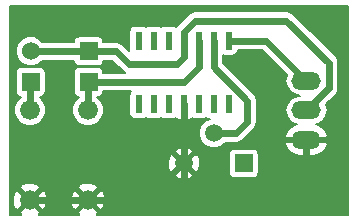
<source format=gbr>
G04 #@! TF.FileFunction,Copper,L2,Bot,Signal*
%FSLAX46Y46*%
G04 Gerber Fmt 4.6, Leading zero omitted, Abs format (unit mm)*
G04 Created by KiCad (PCBNEW 4.0.1-stable) date 2016/02/12 16:52:31*
%MOMM*%
G01*
G04 APERTURE LIST*
%ADD10C,0.100000*%
%ADD11O,2.500000X1.500000*%
%ADD12C,1.676400*%
%ADD13C,1.510000*%
%ADD14R,1.510000X1.510000*%
%ADD15C,1.524000*%
%ADD16R,1.524000X1.524000*%
%ADD17R,0.600000X1.500000*%
%ADD18C,0.600000*%
%ADD19C,0.250000*%
%ADD20C,0.200000*%
G04 APERTURE END LIST*
D10*
D11*
X37300000Y-23500000D03*
X37300000Y-21000000D03*
X37300000Y-18500000D03*
D12*
X13900000Y-20990000D03*
X13900000Y-28610000D03*
X18800000Y-20990000D03*
X18800000Y-28610000D03*
D13*
X26920000Y-25500000D03*
D14*
X32000000Y-25500000D03*
D13*
X29460000Y-22960000D03*
D15*
X13950000Y-16000000D03*
D16*
X13950000Y-18600000D03*
X18850000Y-18600000D03*
X18850000Y-16000000D03*
D17*
X23090000Y-15100000D03*
X24360000Y-15100000D03*
X25630000Y-15100000D03*
X26900000Y-15100000D03*
X28170000Y-15100000D03*
X29440000Y-15100000D03*
X30710000Y-15100000D03*
X30710000Y-20500000D03*
X29440000Y-20500000D03*
X28170000Y-20500000D03*
X26900000Y-20500000D03*
X25630000Y-20500000D03*
X24360000Y-20500000D03*
X23090000Y-20500000D03*
D18*
X26920000Y-25500000D02*
X26920000Y-28610000D01*
X26900000Y-28600000D02*
X26900000Y-28610000D01*
X26910000Y-28600000D02*
X26900000Y-28600000D01*
X26920000Y-28610000D02*
X26910000Y-28600000D01*
X13900000Y-28610000D02*
X18800000Y-28610000D01*
X37300000Y-23500000D02*
X37300000Y-25700000D01*
X37300000Y-25700000D02*
X34390000Y-28610000D01*
X34390000Y-28610000D02*
X26900000Y-28610000D01*
X26900000Y-28610000D02*
X18800000Y-28610000D01*
X26900000Y-20500000D02*
X26900000Y-25480000D01*
X26900000Y-25480000D02*
X26920000Y-25500000D01*
X26900000Y-15100000D02*
X26900000Y-14400000D01*
X39200000Y-19100000D02*
X37300000Y-21000000D01*
X39200000Y-17000000D02*
X39200000Y-19100000D01*
X35600000Y-13400000D02*
X39200000Y-17000000D01*
X27900000Y-13400000D02*
X35600000Y-13400000D01*
X26900000Y-14400000D02*
X27900000Y-13400000D01*
X18850000Y-16000000D02*
X21200000Y-16000000D01*
X26900000Y-16500000D02*
X26900000Y-15100000D01*
X26300000Y-17100000D02*
X26900000Y-16500000D01*
X22300000Y-17100000D02*
X26300000Y-17100000D01*
X21200000Y-16000000D02*
X22300000Y-17100000D01*
X13950000Y-16000000D02*
X18850000Y-16000000D01*
D19*
X26900000Y-15100000D02*
X26900000Y-15800000D01*
D18*
X30710000Y-15100000D02*
X33900000Y-15100000D01*
X33900000Y-15100000D02*
X37300000Y-18500000D01*
X13900000Y-20990000D02*
X13900000Y-18650000D01*
X13900000Y-18650000D02*
X13950000Y-18600000D01*
X18850000Y-18600000D02*
X26900000Y-18600000D01*
X28170000Y-17330000D02*
X28170000Y-15100000D01*
X26900000Y-18600000D02*
X28170000Y-17330000D01*
X18800000Y-20990000D02*
X18800000Y-18650000D01*
X18800000Y-18650000D02*
X18850000Y-18600000D01*
X29460000Y-22960000D02*
X31340000Y-22960000D01*
X29440000Y-17340000D02*
X29440000Y-15100000D01*
X32300000Y-20200000D02*
X29440000Y-17340000D01*
X32300000Y-22000000D02*
X32300000Y-20200000D01*
X31340000Y-22960000D02*
X32300000Y-22000000D01*
D20*
G36*
X40825000Y-29825000D02*
X19558743Y-29825000D01*
X19619916Y-29647705D01*
X18800000Y-28827789D01*
X17980084Y-29647705D01*
X18041257Y-29825000D01*
X14658743Y-29825000D01*
X14719916Y-29647705D01*
X13900000Y-28827789D01*
X13080084Y-29647705D01*
X13141257Y-29825000D01*
X12175000Y-29825000D01*
X12175000Y-28417405D01*
X12438100Y-28417405D01*
X12475677Y-28991510D01*
X12623083Y-29347380D01*
X12862295Y-29429916D01*
X13682211Y-28610000D01*
X14117789Y-28610000D01*
X14937705Y-29429916D01*
X15176917Y-29347380D01*
X15361900Y-28802595D01*
X15336689Y-28417405D01*
X17338100Y-28417405D01*
X17375677Y-28991510D01*
X17523083Y-29347380D01*
X17762295Y-29429916D01*
X18582211Y-28610000D01*
X19017789Y-28610000D01*
X19837705Y-29429916D01*
X20076917Y-29347380D01*
X20261900Y-28802595D01*
X20224323Y-28228490D01*
X20076917Y-27872620D01*
X19837705Y-27790084D01*
X19017789Y-28610000D01*
X18582211Y-28610000D01*
X17762295Y-27790084D01*
X17523083Y-27872620D01*
X17338100Y-28417405D01*
X15336689Y-28417405D01*
X15324323Y-28228490D01*
X15176917Y-27872620D01*
X14937705Y-27790084D01*
X14117789Y-28610000D01*
X13682211Y-28610000D01*
X12862295Y-27790084D01*
X12623083Y-27872620D01*
X12438100Y-28417405D01*
X12175000Y-28417405D01*
X12175000Y-27572295D01*
X13080084Y-27572295D01*
X13900000Y-28392211D01*
X14719916Y-27572295D01*
X17980084Y-27572295D01*
X18800000Y-28392211D01*
X19619916Y-27572295D01*
X19537380Y-27333083D01*
X18992595Y-27148100D01*
X18418490Y-27185677D01*
X18062620Y-27333083D01*
X17980084Y-27572295D01*
X14719916Y-27572295D01*
X14637380Y-27333083D01*
X14092595Y-27148100D01*
X13518490Y-27185677D01*
X13162620Y-27333083D01*
X13080084Y-27572295D01*
X12175000Y-27572295D01*
X12175000Y-26477282D01*
X26160507Y-26477282D01*
X26232773Y-26707888D01*
X26747324Y-26878934D01*
X27288163Y-26840049D01*
X27607227Y-26707888D01*
X27679493Y-26477282D01*
X26920000Y-25717789D01*
X26160507Y-26477282D01*
X12175000Y-26477282D01*
X12175000Y-25327324D01*
X25541066Y-25327324D01*
X25579951Y-25868163D01*
X25712112Y-26187227D01*
X25942718Y-26259493D01*
X26702211Y-25500000D01*
X27137789Y-25500000D01*
X27897282Y-26259493D01*
X28127888Y-26187227D01*
X28298934Y-25672676D01*
X28260049Y-25131837D01*
X28127888Y-24812773D01*
X27911620Y-24745000D01*
X30735205Y-24745000D01*
X30735205Y-26255000D01*
X30770069Y-26440289D01*
X30879575Y-26610465D01*
X31046661Y-26724630D01*
X31245000Y-26764795D01*
X32755000Y-26764795D01*
X32940289Y-26729931D01*
X33110465Y-26620425D01*
X33224630Y-26453339D01*
X33264795Y-26255000D01*
X33264795Y-24745000D01*
X33229931Y-24559711D01*
X33120425Y-24389535D01*
X32953339Y-24275370D01*
X32755000Y-24235205D01*
X31245000Y-24235205D01*
X31059711Y-24270069D01*
X30889535Y-24379575D01*
X30775370Y-24546661D01*
X30735205Y-24745000D01*
X27911620Y-24745000D01*
X27897282Y-24740507D01*
X27137789Y-25500000D01*
X26702211Y-25500000D01*
X25942718Y-24740507D01*
X25712112Y-24812773D01*
X25541066Y-25327324D01*
X12175000Y-25327324D01*
X12175000Y-24522718D01*
X26160507Y-24522718D01*
X26920000Y-25282211D01*
X27679493Y-24522718D01*
X27607227Y-24292112D01*
X27092676Y-24121066D01*
X26551837Y-24159951D01*
X26232773Y-24292112D01*
X26160507Y-24522718D01*
X12175000Y-24522718D01*
X12175000Y-21255017D01*
X12561568Y-21255017D01*
X12764868Y-21747039D01*
X13140981Y-22123809D01*
X13632648Y-22327967D01*
X14165017Y-22328432D01*
X14657039Y-22125132D01*
X15033809Y-21749019D01*
X15237967Y-21257352D01*
X15238432Y-20724983D01*
X15035132Y-20232961D01*
X14700000Y-19897244D01*
X14700000Y-19871795D01*
X14712000Y-19871795D01*
X14897289Y-19836931D01*
X15067465Y-19727425D01*
X15181630Y-19560339D01*
X15221795Y-19362000D01*
X15221795Y-17838000D01*
X15186931Y-17652711D01*
X15077425Y-17482535D01*
X14910339Y-17368370D01*
X14712000Y-17328205D01*
X13188000Y-17328205D01*
X13002711Y-17363069D01*
X12832535Y-17472575D01*
X12718370Y-17639661D01*
X12678205Y-17838000D01*
X12678205Y-19362000D01*
X12713069Y-19547289D01*
X12822575Y-19717465D01*
X12989661Y-19831630D01*
X13100000Y-19853974D01*
X13100000Y-19897754D01*
X12766191Y-20230981D01*
X12562033Y-20722648D01*
X12561568Y-21255017D01*
X12175000Y-21255017D01*
X12175000Y-16249926D01*
X12687781Y-16249926D01*
X12879505Y-16713932D01*
X13234201Y-17069248D01*
X13697871Y-17261780D01*
X14199926Y-17262219D01*
X14663932Y-17070495D01*
X14934900Y-16800000D01*
X17585355Y-16800000D01*
X17613069Y-16947289D01*
X17722575Y-17117465D01*
X17889661Y-17231630D01*
X18088000Y-17271795D01*
X19612000Y-17271795D01*
X19797289Y-17236931D01*
X19967465Y-17127425D01*
X20081630Y-16960339D01*
X20114100Y-16800000D01*
X20868630Y-16800000D01*
X21734315Y-17665685D01*
X21935330Y-17800000D01*
X20114645Y-17800000D01*
X20086931Y-17652711D01*
X19977425Y-17482535D01*
X19810339Y-17368370D01*
X19612000Y-17328205D01*
X18088000Y-17328205D01*
X17902711Y-17363069D01*
X17732535Y-17472575D01*
X17618370Y-17639661D01*
X17578205Y-17838000D01*
X17578205Y-19362000D01*
X17613069Y-19547289D01*
X17722575Y-19717465D01*
X17889661Y-19831630D01*
X18000000Y-19853974D01*
X18000000Y-19897754D01*
X17666191Y-20230981D01*
X17462033Y-20722648D01*
X17461568Y-21255017D01*
X17664868Y-21747039D01*
X18040981Y-22123809D01*
X18532648Y-22327967D01*
X19065017Y-22328432D01*
X19557039Y-22125132D01*
X19933809Y-21749019D01*
X20137967Y-21257352D01*
X20138432Y-20724983D01*
X19935132Y-20232961D01*
X19600000Y-19897244D01*
X19600000Y-19871795D01*
X19612000Y-19871795D01*
X19797289Y-19836931D01*
X19967465Y-19727425D01*
X20081630Y-19560339D01*
X20114100Y-19400000D01*
X22423996Y-19400000D01*
X22320370Y-19551661D01*
X22280205Y-19750000D01*
X22280205Y-21250000D01*
X22315069Y-21435289D01*
X22424575Y-21605465D01*
X22591661Y-21719630D01*
X22790000Y-21759795D01*
X23390000Y-21759795D01*
X23575289Y-21724931D01*
X23726764Y-21627459D01*
X23861661Y-21719630D01*
X24060000Y-21759795D01*
X24660000Y-21759795D01*
X24845289Y-21724931D01*
X24996764Y-21627459D01*
X25131661Y-21719630D01*
X25330000Y-21759795D01*
X25930000Y-21759795D01*
X26115289Y-21724931D01*
X26176014Y-21685856D01*
X26255596Y-21765438D01*
X26479062Y-21858000D01*
X26598000Y-21858000D01*
X26750000Y-21706000D01*
X26750000Y-20654000D01*
X26726000Y-20654000D01*
X26726000Y-20346000D01*
X26750000Y-20346000D01*
X26750000Y-20326000D01*
X27050000Y-20326000D01*
X27050000Y-20346000D01*
X27074000Y-20346000D01*
X27074000Y-20654000D01*
X27050000Y-20654000D01*
X27050000Y-21706000D01*
X27202000Y-21858000D01*
X27320938Y-21858000D01*
X27544404Y-21765438D01*
X27623274Y-21686568D01*
X27671661Y-21719630D01*
X27870000Y-21759795D01*
X28470000Y-21759795D01*
X28655289Y-21724931D01*
X28806764Y-21627459D01*
X28941661Y-21719630D01*
X29098607Y-21751413D01*
X28750028Y-21895442D01*
X28396683Y-22248171D01*
X28205218Y-22709270D01*
X28204783Y-23208540D01*
X28395442Y-23669972D01*
X28748171Y-24023317D01*
X29209270Y-24214782D01*
X29708540Y-24215217D01*
X30169972Y-24024558D01*
X30331639Y-23863172D01*
X35491462Y-23863172D01*
X35730854Y-24351356D01*
X36138038Y-24695695D01*
X36646000Y-24858000D01*
X37146000Y-24858000D01*
X37146000Y-23654000D01*
X37454000Y-23654000D01*
X37454000Y-24858000D01*
X37954000Y-24858000D01*
X38461962Y-24695695D01*
X38869146Y-24351356D01*
X39108538Y-23863172D01*
X38996127Y-23654000D01*
X37454000Y-23654000D01*
X37146000Y-23654000D01*
X35603873Y-23654000D01*
X35491462Y-23863172D01*
X30331639Y-23863172D01*
X30434992Y-23760000D01*
X31340000Y-23760000D01*
X31646147Y-23699104D01*
X31905685Y-23525685D01*
X32865685Y-22565685D01*
X33039104Y-22306147D01*
X33068174Y-22160000D01*
X33100000Y-22000000D01*
X33100000Y-20200000D01*
X33039104Y-19893853D01*
X32927900Y-19727425D01*
X32865686Y-19634315D01*
X30240000Y-17008630D01*
X30240000Y-16325369D01*
X30410000Y-16359795D01*
X31010000Y-16359795D01*
X31195289Y-16324931D01*
X31365465Y-16215425D01*
X31479630Y-16048339D01*
X31509670Y-15900000D01*
X33568630Y-15900000D01*
X35642673Y-17974044D01*
X35610866Y-18021646D01*
X35515715Y-18500000D01*
X35610866Y-18978354D01*
X35881832Y-19383883D01*
X36287361Y-19654849D01*
X36765715Y-19750000D01*
X36287361Y-19845151D01*
X35881832Y-20116117D01*
X35610866Y-20521646D01*
X35515715Y-21000000D01*
X35610866Y-21478354D01*
X35881832Y-21883883D01*
X36287361Y-22154849D01*
X36483613Y-22193886D01*
X36138038Y-22304305D01*
X35730854Y-22648644D01*
X35491462Y-23136828D01*
X35603873Y-23346000D01*
X37146000Y-23346000D01*
X37146000Y-23326000D01*
X37454000Y-23326000D01*
X37454000Y-23346000D01*
X38996127Y-23346000D01*
X39108538Y-23136828D01*
X38869146Y-22648644D01*
X38461962Y-22304305D01*
X38116387Y-22193886D01*
X38312639Y-22154849D01*
X38718168Y-21883883D01*
X38989134Y-21478354D01*
X39084285Y-21000000D01*
X38989134Y-20521646D01*
X38957327Y-20474044D01*
X39765686Y-19665685D01*
X39939104Y-19406147D01*
X40000000Y-19100000D01*
X40000000Y-17000000D01*
X39939104Y-16693853D01*
X39870310Y-16590896D01*
X39765686Y-16434315D01*
X36165685Y-12834315D01*
X35906147Y-12660896D01*
X35600000Y-12600000D01*
X27900000Y-12600000D01*
X27593853Y-12660896D01*
X27334315Y-12834314D01*
X26334315Y-13834315D01*
X26248625Y-13962558D01*
X26128339Y-13880370D01*
X25930000Y-13840205D01*
X25330000Y-13840205D01*
X25144711Y-13875069D01*
X24993236Y-13972541D01*
X24858339Y-13880370D01*
X24660000Y-13840205D01*
X24060000Y-13840205D01*
X23874711Y-13875069D01*
X23723236Y-13972541D01*
X23588339Y-13880370D01*
X23390000Y-13840205D01*
X22790000Y-13840205D01*
X22604711Y-13875069D01*
X22434535Y-13984575D01*
X22320370Y-14151661D01*
X22280205Y-14350000D01*
X22280205Y-15850000D01*
X22303112Y-15971742D01*
X21765685Y-15434315D01*
X21506147Y-15260896D01*
X21200000Y-15200000D01*
X20114645Y-15200000D01*
X20086931Y-15052711D01*
X19977425Y-14882535D01*
X19810339Y-14768370D01*
X19612000Y-14728205D01*
X18088000Y-14728205D01*
X17902711Y-14763069D01*
X17732535Y-14872575D01*
X17618370Y-15039661D01*
X17585900Y-15200000D01*
X14934577Y-15200000D01*
X14665799Y-14930752D01*
X14202129Y-14738220D01*
X13700074Y-14737781D01*
X13236068Y-14929505D01*
X12880752Y-15284201D01*
X12688220Y-15747871D01*
X12687781Y-16249926D01*
X12175000Y-16249926D01*
X12175000Y-12175000D01*
X40825000Y-12175000D01*
X40825000Y-29825000D01*
X40825000Y-29825000D01*
G37*
X40825000Y-29825000D02*
X19558743Y-29825000D01*
X19619916Y-29647705D01*
X18800000Y-28827789D01*
X17980084Y-29647705D01*
X18041257Y-29825000D01*
X14658743Y-29825000D01*
X14719916Y-29647705D01*
X13900000Y-28827789D01*
X13080084Y-29647705D01*
X13141257Y-29825000D01*
X12175000Y-29825000D01*
X12175000Y-28417405D01*
X12438100Y-28417405D01*
X12475677Y-28991510D01*
X12623083Y-29347380D01*
X12862295Y-29429916D01*
X13682211Y-28610000D01*
X14117789Y-28610000D01*
X14937705Y-29429916D01*
X15176917Y-29347380D01*
X15361900Y-28802595D01*
X15336689Y-28417405D01*
X17338100Y-28417405D01*
X17375677Y-28991510D01*
X17523083Y-29347380D01*
X17762295Y-29429916D01*
X18582211Y-28610000D01*
X19017789Y-28610000D01*
X19837705Y-29429916D01*
X20076917Y-29347380D01*
X20261900Y-28802595D01*
X20224323Y-28228490D01*
X20076917Y-27872620D01*
X19837705Y-27790084D01*
X19017789Y-28610000D01*
X18582211Y-28610000D01*
X17762295Y-27790084D01*
X17523083Y-27872620D01*
X17338100Y-28417405D01*
X15336689Y-28417405D01*
X15324323Y-28228490D01*
X15176917Y-27872620D01*
X14937705Y-27790084D01*
X14117789Y-28610000D01*
X13682211Y-28610000D01*
X12862295Y-27790084D01*
X12623083Y-27872620D01*
X12438100Y-28417405D01*
X12175000Y-28417405D01*
X12175000Y-27572295D01*
X13080084Y-27572295D01*
X13900000Y-28392211D01*
X14719916Y-27572295D01*
X17980084Y-27572295D01*
X18800000Y-28392211D01*
X19619916Y-27572295D01*
X19537380Y-27333083D01*
X18992595Y-27148100D01*
X18418490Y-27185677D01*
X18062620Y-27333083D01*
X17980084Y-27572295D01*
X14719916Y-27572295D01*
X14637380Y-27333083D01*
X14092595Y-27148100D01*
X13518490Y-27185677D01*
X13162620Y-27333083D01*
X13080084Y-27572295D01*
X12175000Y-27572295D01*
X12175000Y-26477282D01*
X26160507Y-26477282D01*
X26232773Y-26707888D01*
X26747324Y-26878934D01*
X27288163Y-26840049D01*
X27607227Y-26707888D01*
X27679493Y-26477282D01*
X26920000Y-25717789D01*
X26160507Y-26477282D01*
X12175000Y-26477282D01*
X12175000Y-25327324D01*
X25541066Y-25327324D01*
X25579951Y-25868163D01*
X25712112Y-26187227D01*
X25942718Y-26259493D01*
X26702211Y-25500000D01*
X27137789Y-25500000D01*
X27897282Y-26259493D01*
X28127888Y-26187227D01*
X28298934Y-25672676D01*
X28260049Y-25131837D01*
X28127888Y-24812773D01*
X27911620Y-24745000D01*
X30735205Y-24745000D01*
X30735205Y-26255000D01*
X30770069Y-26440289D01*
X30879575Y-26610465D01*
X31046661Y-26724630D01*
X31245000Y-26764795D01*
X32755000Y-26764795D01*
X32940289Y-26729931D01*
X33110465Y-26620425D01*
X33224630Y-26453339D01*
X33264795Y-26255000D01*
X33264795Y-24745000D01*
X33229931Y-24559711D01*
X33120425Y-24389535D01*
X32953339Y-24275370D01*
X32755000Y-24235205D01*
X31245000Y-24235205D01*
X31059711Y-24270069D01*
X30889535Y-24379575D01*
X30775370Y-24546661D01*
X30735205Y-24745000D01*
X27911620Y-24745000D01*
X27897282Y-24740507D01*
X27137789Y-25500000D01*
X26702211Y-25500000D01*
X25942718Y-24740507D01*
X25712112Y-24812773D01*
X25541066Y-25327324D01*
X12175000Y-25327324D01*
X12175000Y-24522718D01*
X26160507Y-24522718D01*
X26920000Y-25282211D01*
X27679493Y-24522718D01*
X27607227Y-24292112D01*
X27092676Y-24121066D01*
X26551837Y-24159951D01*
X26232773Y-24292112D01*
X26160507Y-24522718D01*
X12175000Y-24522718D01*
X12175000Y-21255017D01*
X12561568Y-21255017D01*
X12764868Y-21747039D01*
X13140981Y-22123809D01*
X13632648Y-22327967D01*
X14165017Y-22328432D01*
X14657039Y-22125132D01*
X15033809Y-21749019D01*
X15237967Y-21257352D01*
X15238432Y-20724983D01*
X15035132Y-20232961D01*
X14700000Y-19897244D01*
X14700000Y-19871795D01*
X14712000Y-19871795D01*
X14897289Y-19836931D01*
X15067465Y-19727425D01*
X15181630Y-19560339D01*
X15221795Y-19362000D01*
X15221795Y-17838000D01*
X15186931Y-17652711D01*
X15077425Y-17482535D01*
X14910339Y-17368370D01*
X14712000Y-17328205D01*
X13188000Y-17328205D01*
X13002711Y-17363069D01*
X12832535Y-17472575D01*
X12718370Y-17639661D01*
X12678205Y-17838000D01*
X12678205Y-19362000D01*
X12713069Y-19547289D01*
X12822575Y-19717465D01*
X12989661Y-19831630D01*
X13100000Y-19853974D01*
X13100000Y-19897754D01*
X12766191Y-20230981D01*
X12562033Y-20722648D01*
X12561568Y-21255017D01*
X12175000Y-21255017D01*
X12175000Y-16249926D01*
X12687781Y-16249926D01*
X12879505Y-16713932D01*
X13234201Y-17069248D01*
X13697871Y-17261780D01*
X14199926Y-17262219D01*
X14663932Y-17070495D01*
X14934900Y-16800000D01*
X17585355Y-16800000D01*
X17613069Y-16947289D01*
X17722575Y-17117465D01*
X17889661Y-17231630D01*
X18088000Y-17271795D01*
X19612000Y-17271795D01*
X19797289Y-17236931D01*
X19967465Y-17127425D01*
X20081630Y-16960339D01*
X20114100Y-16800000D01*
X20868630Y-16800000D01*
X21734315Y-17665685D01*
X21935330Y-17800000D01*
X20114645Y-17800000D01*
X20086931Y-17652711D01*
X19977425Y-17482535D01*
X19810339Y-17368370D01*
X19612000Y-17328205D01*
X18088000Y-17328205D01*
X17902711Y-17363069D01*
X17732535Y-17472575D01*
X17618370Y-17639661D01*
X17578205Y-17838000D01*
X17578205Y-19362000D01*
X17613069Y-19547289D01*
X17722575Y-19717465D01*
X17889661Y-19831630D01*
X18000000Y-19853974D01*
X18000000Y-19897754D01*
X17666191Y-20230981D01*
X17462033Y-20722648D01*
X17461568Y-21255017D01*
X17664868Y-21747039D01*
X18040981Y-22123809D01*
X18532648Y-22327967D01*
X19065017Y-22328432D01*
X19557039Y-22125132D01*
X19933809Y-21749019D01*
X20137967Y-21257352D01*
X20138432Y-20724983D01*
X19935132Y-20232961D01*
X19600000Y-19897244D01*
X19600000Y-19871795D01*
X19612000Y-19871795D01*
X19797289Y-19836931D01*
X19967465Y-19727425D01*
X20081630Y-19560339D01*
X20114100Y-19400000D01*
X22423996Y-19400000D01*
X22320370Y-19551661D01*
X22280205Y-19750000D01*
X22280205Y-21250000D01*
X22315069Y-21435289D01*
X22424575Y-21605465D01*
X22591661Y-21719630D01*
X22790000Y-21759795D01*
X23390000Y-21759795D01*
X23575289Y-21724931D01*
X23726764Y-21627459D01*
X23861661Y-21719630D01*
X24060000Y-21759795D01*
X24660000Y-21759795D01*
X24845289Y-21724931D01*
X24996764Y-21627459D01*
X25131661Y-21719630D01*
X25330000Y-21759795D01*
X25930000Y-21759795D01*
X26115289Y-21724931D01*
X26176014Y-21685856D01*
X26255596Y-21765438D01*
X26479062Y-21858000D01*
X26598000Y-21858000D01*
X26750000Y-21706000D01*
X26750000Y-20654000D01*
X26726000Y-20654000D01*
X26726000Y-20346000D01*
X26750000Y-20346000D01*
X26750000Y-20326000D01*
X27050000Y-20326000D01*
X27050000Y-20346000D01*
X27074000Y-20346000D01*
X27074000Y-20654000D01*
X27050000Y-20654000D01*
X27050000Y-21706000D01*
X27202000Y-21858000D01*
X27320938Y-21858000D01*
X27544404Y-21765438D01*
X27623274Y-21686568D01*
X27671661Y-21719630D01*
X27870000Y-21759795D01*
X28470000Y-21759795D01*
X28655289Y-21724931D01*
X28806764Y-21627459D01*
X28941661Y-21719630D01*
X29098607Y-21751413D01*
X28750028Y-21895442D01*
X28396683Y-22248171D01*
X28205218Y-22709270D01*
X28204783Y-23208540D01*
X28395442Y-23669972D01*
X28748171Y-24023317D01*
X29209270Y-24214782D01*
X29708540Y-24215217D01*
X30169972Y-24024558D01*
X30331639Y-23863172D01*
X35491462Y-23863172D01*
X35730854Y-24351356D01*
X36138038Y-24695695D01*
X36646000Y-24858000D01*
X37146000Y-24858000D01*
X37146000Y-23654000D01*
X37454000Y-23654000D01*
X37454000Y-24858000D01*
X37954000Y-24858000D01*
X38461962Y-24695695D01*
X38869146Y-24351356D01*
X39108538Y-23863172D01*
X38996127Y-23654000D01*
X37454000Y-23654000D01*
X37146000Y-23654000D01*
X35603873Y-23654000D01*
X35491462Y-23863172D01*
X30331639Y-23863172D01*
X30434992Y-23760000D01*
X31340000Y-23760000D01*
X31646147Y-23699104D01*
X31905685Y-23525685D01*
X32865685Y-22565685D01*
X33039104Y-22306147D01*
X33068174Y-22160000D01*
X33100000Y-22000000D01*
X33100000Y-20200000D01*
X33039104Y-19893853D01*
X32927900Y-19727425D01*
X32865686Y-19634315D01*
X30240000Y-17008630D01*
X30240000Y-16325369D01*
X30410000Y-16359795D01*
X31010000Y-16359795D01*
X31195289Y-16324931D01*
X31365465Y-16215425D01*
X31479630Y-16048339D01*
X31509670Y-15900000D01*
X33568630Y-15900000D01*
X35642673Y-17974044D01*
X35610866Y-18021646D01*
X35515715Y-18500000D01*
X35610866Y-18978354D01*
X35881832Y-19383883D01*
X36287361Y-19654849D01*
X36765715Y-19750000D01*
X36287361Y-19845151D01*
X35881832Y-20116117D01*
X35610866Y-20521646D01*
X35515715Y-21000000D01*
X35610866Y-21478354D01*
X35881832Y-21883883D01*
X36287361Y-22154849D01*
X36483613Y-22193886D01*
X36138038Y-22304305D01*
X35730854Y-22648644D01*
X35491462Y-23136828D01*
X35603873Y-23346000D01*
X37146000Y-23346000D01*
X37146000Y-23326000D01*
X37454000Y-23326000D01*
X37454000Y-23346000D01*
X38996127Y-23346000D01*
X39108538Y-23136828D01*
X38869146Y-22648644D01*
X38461962Y-22304305D01*
X38116387Y-22193886D01*
X38312639Y-22154849D01*
X38718168Y-21883883D01*
X38989134Y-21478354D01*
X39084285Y-21000000D01*
X38989134Y-20521646D01*
X38957327Y-20474044D01*
X39765686Y-19665685D01*
X39939104Y-19406147D01*
X40000000Y-19100000D01*
X40000000Y-17000000D01*
X39939104Y-16693853D01*
X39870310Y-16590896D01*
X39765686Y-16434315D01*
X36165685Y-12834315D01*
X35906147Y-12660896D01*
X35600000Y-12600000D01*
X27900000Y-12600000D01*
X27593853Y-12660896D01*
X27334315Y-12834314D01*
X26334315Y-13834315D01*
X26248625Y-13962558D01*
X26128339Y-13880370D01*
X25930000Y-13840205D01*
X25330000Y-13840205D01*
X25144711Y-13875069D01*
X24993236Y-13972541D01*
X24858339Y-13880370D01*
X24660000Y-13840205D01*
X24060000Y-13840205D01*
X23874711Y-13875069D01*
X23723236Y-13972541D01*
X23588339Y-13880370D01*
X23390000Y-13840205D01*
X22790000Y-13840205D01*
X22604711Y-13875069D01*
X22434535Y-13984575D01*
X22320370Y-14151661D01*
X22280205Y-14350000D01*
X22280205Y-15850000D01*
X22303112Y-15971742D01*
X21765685Y-15434315D01*
X21506147Y-15260896D01*
X21200000Y-15200000D01*
X20114645Y-15200000D01*
X20086931Y-15052711D01*
X19977425Y-14882535D01*
X19810339Y-14768370D01*
X19612000Y-14728205D01*
X18088000Y-14728205D01*
X17902711Y-14763069D01*
X17732535Y-14872575D01*
X17618370Y-15039661D01*
X17585900Y-15200000D01*
X14934577Y-15200000D01*
X14665799Y-14930752D01*
X14202129Y-14738220D01*
X13700074Y-14737781D01*
X13236068Y-14929505D01*
X12880752Y-15284201D01*
X12688220Y-15747871D01*
X12687781Y-16249926D01*
X12175000Y-16249926D01*
X12175000Y-12175000D01*
X40825000Y-12175000D01*
X40825000Y-29825000D01*
M02*

</source>
